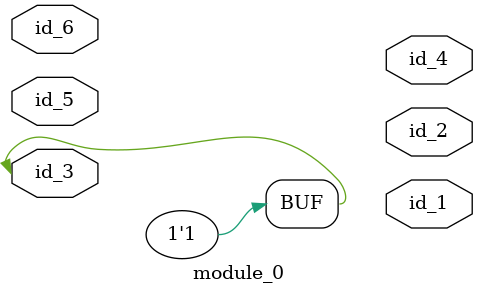
<source format=v>
module module_0 (
    id_1,
    id_2,
    id_3,
    id_4,
    id_5,
    id_6
);
  input id_6;
  input id_5;
  output id_4;
  inout id_3;
  output id_2;
  output id_1;
  always @(1'b0);
  assign id_3 = 1;
endmodule

</source>
